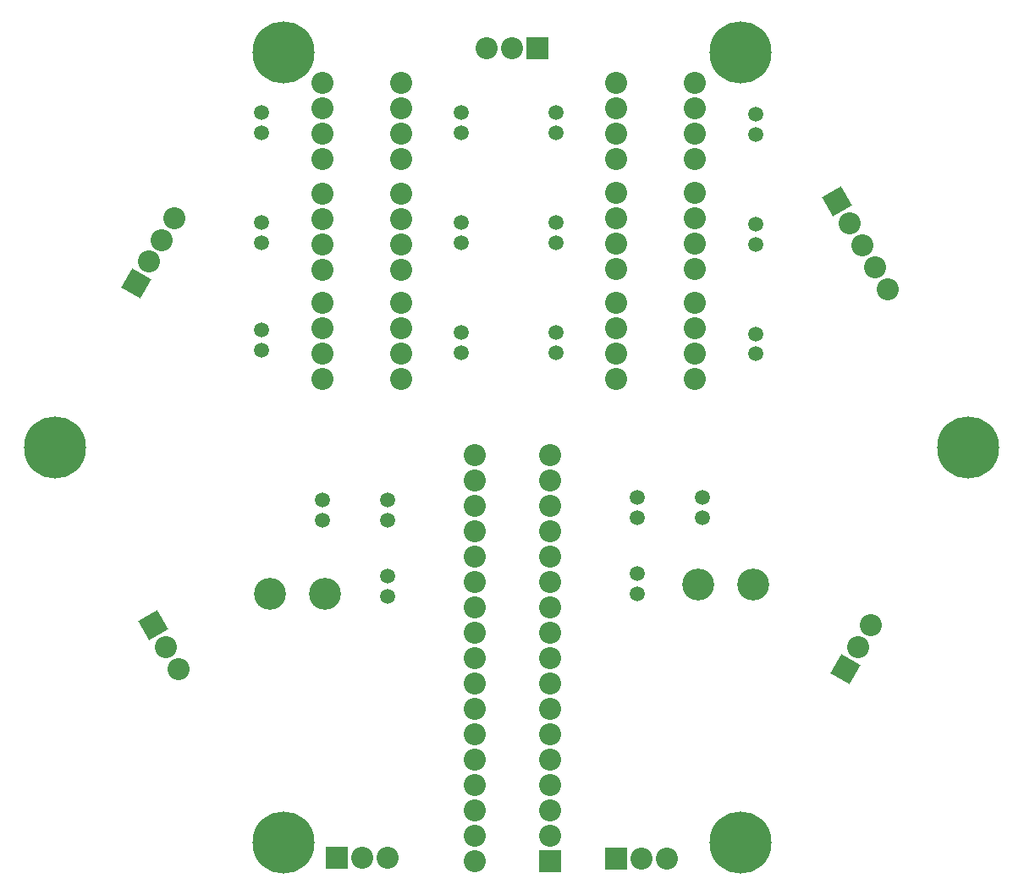
<source format=gts>
G04*
G04 #@! TF.GenerationSoftware,Altium Limited,Altium Designer,21.0.9 (235)*
G04*
G04 Layer_Color=8388736*
%FSLAX25Y25*%
%MOIN*%
G70*
G04*
G04 #@! TF.SameCoordinates,40033AE3-64CB-4EA6-9D7A-4CABB624556D*
G04*
G04*
G04 #@! TF.FilePolarity,Negative*
G04*
G01*
G75*
%ADD11C,0.05918*%
%ADD12C,0.24422*%
%ADD13C,0.12611*%
%ADD14C,0.08674*%
%ADD15P,0.12267X4X195.0*%
%ADD16R,0.08674X0.08674*%
%ADD17P,0.12267X4X75.0*%
%ADD18R,0.08674X0.08674*%
D11*
X290000Y582626D02*
D03*
Y590500D02*
D03*
X339500Y407874D02*
D03*
Y400000D02*
D03*
X314000Y437693D02*
D03*
Y429819D02*
D03*
X339500Y437693D02*
D03*
Y429819D02*
D03*
X438000Y401000D02*
D03*
Y408874D02*
D03*
X463500Y430819D02*
D03*
Y438693D02*
D03*
X438000Y430819D02*
D03*
Y438693D02*
D03*
X484500Y538626D02*
D03*
Y546500D02*
D03*
Y495376D02*
D03*
Y503250D02*
D03*
X368500Y582626D02*
D03*
Y590500D02*
D03*
X406000Y539251D02*
D03*
Y547125D02*
D03*
X368500Y539251D02*
D03*
Y547125D02*
D03*
X406000Y582626D02*
D03*
Y590500D02*
D03*
X368500Y495876D02*
D03*
Y503750D02*
D03*
X406000Y495876D02*
D03*
Y503750D02*
D03*
X290000Y497000D02*
D03*
Y504874D02*
D03*
Y539251D02*
D03*
Y547125D02*
D03*
X484500Y581876D02*
D03*
Y589750D02*
D03*
D12*
X478402Y302786D02*
D03*
X298598D02*
D03*
X208697Y458500D02*
D03*
X298598Y614214D02*
D03*
X478402D02*
D03*
X568303Y458500D02*
D03*
D13*
X293347Y401000D02*
D03*
X315000D02*
D03*
X462000Y404500D02*
D03*
X483653D02*
D03*
D14*
X524899Y379748D02*
D03*
X529899Y388408D02*
D03*
X403500Y445614D02*
D03*
X373972D02*
D03*
Y435614D02*
D03*
X403500D02*
D03*
Y425614D02*
D03*
X373972D02*
D03*
Y415614D02*
D03*
X403500D02*
D03*
X373972Y395614D02*
D03*
X403500D02*
D03*
Y385614D02*
D03*
X373972D02*
D03*
Y375614D02*
D03*
X403500D02*
D03*
Y365614D02*
D03*
X373972D02*
D03*
X403500Y345614D02*
D03*
X373972D02*
D03*
Y335614D02*
D03*
X403500D02*
D03*
X373972Y315614D02*
D03*
X403500D02*
D03*
X373972Y295614D02*
D03*
X403500Y305614D02*
D03*
X373972D02*
D03*
X403500Y325614D02*
D03*
X373972D02*
D03*
Y355614D02*
D03*
X403500D02*
D03*
Y405614D02*
D03*
X373972D02*
D03*
Y455614D02*
D03*
X403500D02*
D03*
X460500Y485376D02*
D03*
Y495376D02*
D03*
Y505376D02*
D03*
Y515376D02*
D03*
X429500D02*
D03*
Y505376D02*
D03*
Y495376D02*
D03*
Y485376D02*
D03*
X460500Y528751D02*
D03*
Y538751D02*
D03*
Y548751D02*
D03*
Y558751D02*
D03*
X429500D02*
D03*
Y548751D02*
D03*
Y538751D02*
D03*
Y528751D02*
D03*
X460500Y572126D02*
D03*
Y582126D02*
D03*
Y592126D02*
D03*
Y602126D02*
D03*
X429500D02*
D03*
Y592126D02*
D03*
Y582126D02*
D03*
Y572126D02*
D03*
X314000Y602126D02*
D03*
Y592126D02*
D03*
Y582126D02*
D03*
Y572126D02*
D03*
X345000D02*
D03*
Y582126D02*
D03*
Y592126D02*
D03*
Y602126D02*
D03*
Y558624D02*
D03*
Y548624D02*
D03*
Y538624D02*
D03*
Y528624D02*
D03*
X314000D02*
D03*
Y538624D02*
D03*
Y548624D02*
D03*
Y558624D02*
D03*
Y485376D02*
D03*
Y495376D02*
D03*
Y505376D02*
D03*
Y515376D02*
D03*
X345000D02*
D03*
Y505376D02*
D03*
Y495376D02*
D03*
Y485376D02*
D03*
X531500Y529660D02*
D03*
X521500Y546981D02*
D03*
X526500Y538320D02*
D03*
X536500Y521000D02*
D03*
X388500Y616000D02*
D03*
X378500D02*
D03*
X250500Y540340D02*
D03*
X245500Y531679D02*
D03*
X255500Y549000D02*
D03*
X252073Y379797D02*
D03*
X257072Y371137D02*
D03*
X339500Y297000D02*
D03*
X329500D02*
D03*
X449500Y296500D02*
D03*
X439500D02*
D03*
D15*
X519899Y371087D02*
D03*
X240500Y523019D02*
D03*
D16*
X403500Y295614D02*
D03*
D17*
X516500Y555641D02*
D03*
X247073Y388457D02*
D03*
D18*
X398500Y616000D02*
D03*
X319500Y297000D02*
D03*
X429500Y296500D02*
D03*
M02*

</source>
